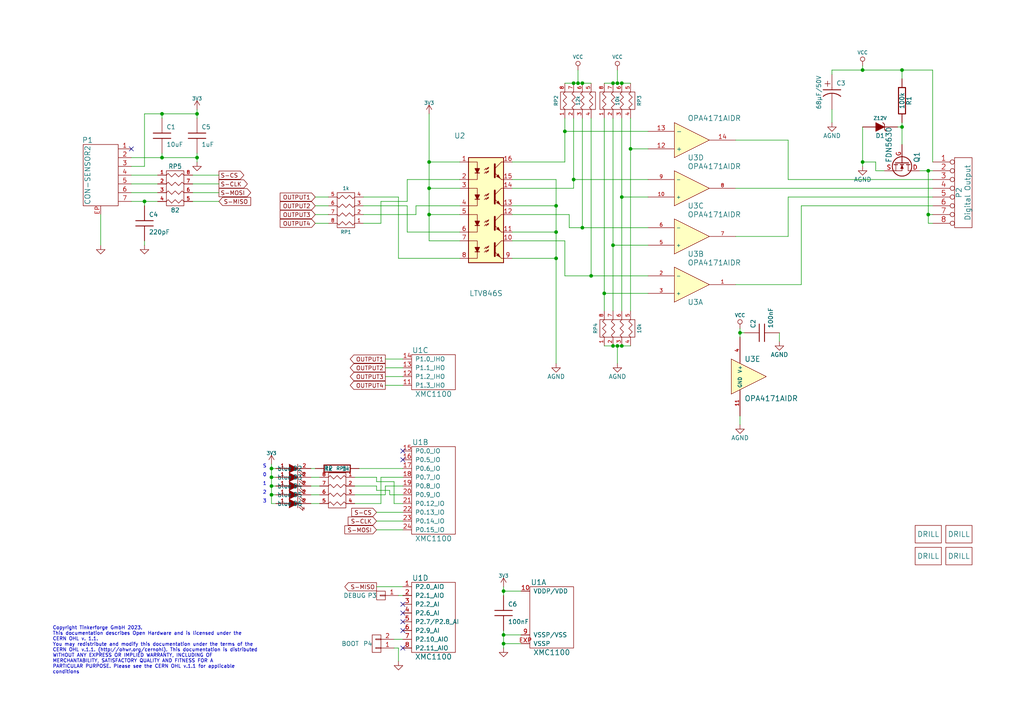
<source format=kicad_sch>
(kicad_sch (version 20211123) (generator eeschema)
  (paper "A4")
  (title_block (title "Industrial Digital Out 4 2.0") (date "2023-01-30") (rev "2.0") (company "Tinkerforge GmbH") (comment 1 "Licensed under CERN OHL v.1.1") (comment 2 "Copyright (©) 2023, T.Schneidermann <tim@tinkerforge.com>"))
  (lib_symbols
    (symbol "tinkerforge:3V3" (power) (pin_names (offset 0))
      (property "Value" "3V3" (at 0 3.556 0))
      (symbol "3V3_0_1"
        (polyline (pts (xy -0.762 1.27) (xy 0 2.54)))
        (polyline (pts (xy 0 0) (xy 0 2.54)))
        (polyline (pts (xy 0 2.54) (xy 0.762 1.27)))
      )
      (symbol "3V3_1_1"
        (pin power_in line (at 0 0 90) (length 0) hide (name "3V3") (number "1"))
      )
    )
    (symbol "tinkerforge:AGND" (power) (pin_names (offset 0))
      (property "Value" "AGND" (at 0 -5.08 0))
      (symbol "AGND_0_1"
        (polyline (pts (xy 0 0) (xy 0 -1.27) (xy 1.27 -1.27) (xy 0 -2.54) (xy -1.27 -1.27) (xy 0 -1.27)))
      )
      (symbol "AGND_1_1"
        (pin power_in line (at 0 0 270) (length 0) hide (name "AGND") (number "1"))
      )
    )
    (symbol "tinkerforge:C" (pin_numbers hide) (pin_names (offset 0.254))
      (property "Reference" "C" (at 1.27 2.54 0))
      (property "Value" "C" (at 1.27 -2.54 0))
      (symbol "C_0_1"
        (polyline (pts (xy -2.54 -0.762) (xy 2.54 -0.762)) (stroke (width 0.254)))
        (polyline (pts (xy -2.54 0.762) (xy 2.54 0.762)) (stroke (width 0.254)))
      )
      (symbol "C_1_1"
        (pin passive line (at 0 5.08 270) (length 4.318) (name "~") (number "1"))
        (pin passive line (at 0 -5.08 90) (length 4.318) (name "~") (number "2"))
      )
    )
    (symbol "tinkerforge:CON-SENSOR2" (pin_names (offset 1.016))
      (property "Reference" "P" (at -3.81 10.16 0))
      (property "Value" "CON-SENSOR2" (at 3.81 0 90))
      (symbol "CON-SENSOR2_0_1"
        (rectangle (start -5.08 8.89) (end 5.08 -8.89))
      )
      (symbol "CON-SENSOR2_1_1"
        (pin passive line (at -8.89 7.62 0) (length 3.81) (name "~") (number "1"))
        (pin passive line (at -8.89 5.08 0) (length 3.81) (name "~") (number "2"))
        (pin passive line (at -8.89 2.54 0) (length 3.81) (name "~") (number "3"))
        (pin passive line (at -8.89 0 0) (length 3.81) (name "~") (number "4"))
        (pin passive line (at -8.89 -2.54 0) (length 3.81) (name "~") (number "5"))
        (pin passive line (at -8.89 -5.08 0) (length 3.81) (name "~") (number "6"))
        (pin passive line (at -8.89 -7.62 0) (length 3.81) (name "~") (number "7"))
        (pin passive line (at 0 -11.43 90) (length 2.54) (name "~") (number "EP"))
      )
    )
    (symbol "tinkerforge:CONN_01X01" (pin_names (offset 1.016) hide)
      (property "Reference" "P" (at 0 2.54 0))
      (property "Value" "CONN_01X01" (at 2.54 0 90))
      (symbol "CONN_01X01_0_1"
        (rectangle (start -1.27 0.127) (end 0.254 -0.127))
        (rectangle (start -1.27 1.27) (end 1.27 -1.27))
      )
      (symbol "CONN_01X01_1_1"
        (pin passive line (at -5.08 0 0) (length 3.81) (name "P1") (number "1"))
      )
    )
    (symbol "tinkerforge:CONN_01X02" (pin_names (offset 1.016) hide)
      (property "Reference" "P" (at 0 3.81 0))
      (property "Value" "CONN_01X02" (at 2.54 0 90))
      (symbol "CONN_01X02_0_1"
        (rectangle (start -1.27 -1.143) (end 0.254 -1.397))
        (rectangle (start -1.27 1.397) (end 0.254 1.143))
        (rectangle (start -1.27 2.54) (end 1.27 -2.54))
      )
      (symbol "CONN_01X02_1_1"
        (pin passive line (at -5.08 1.27 0) (length 3.81) (name "P1") (number "1"))
        (pin passive line (at -5.08 -1.27 0) (length 3.81) (name "P2") (number "2"))
      )
    )
    (symbol "tinkerforge:CONN_8" (pin_names (offset 0.762) hide)
      (property "Reference" "P" (at -1.27 0 90))
      (property "Value" "CONN_8" (at 1.27 0 90))
      (symbol "CONN_8_0_1"
        (rectangle (start -2.54 10.16) (end 2.54 -10.16))
      )
      (symbol "CONN_8_1_1"
        (pin passive inverted (at -8.89 8.89 0) (length 6.35) (name "1") (number "1"))
        (pin passive inverted (at -8.89 6.35 0) (length 6.35) (name "2") (number "2"))
        (pin passive inverted (at -8.89 3.81 0) (length 6.35) (name "3") (number "3"))
        (pin passive inverted (at -8.89 1.27 0) (length 6.35) (name "4") (number "4"))
        (pin passive inverted (at -8.89 -1.27 0) (length 6.35) (name "5") (number "5"))
        (pin passive inverted (at -8.89 -3.81 0) (length 6.35) (name "6") (number "6"))
        (pin passive inverted (at -8.89 -6.35 0) (length 6.35) (name "~") (number "7"))
        (pin passive inverted (at -8.89 -8.89 0) (length 6.35) (name "~") (number "8"))
      )
    )
    (symbol "tinkerforge:CP1" (pin_numbers hide) (pin_names (offset 0.254) hide)
      (property "Reference" "C" (at 1.27 2.54 0))
      (property "Value" "CP1" (at 1.27 -2.54 0))
      (symbol "CP1_0_0"
        (text "+" (at -1.27 2.54 0) (effects (font (size 2.032 2.032))))
      )
      (symbol "CP1_0_1"
        (polyline (pts (xy 0 1.27) (xy 0 0.762) (xy 0 0.762)))
        (polyline (pts (xy 2.54 0.635) (xy -2.54 0.635) (xy -2.54 0.635)) (stroke (width 0.254)))
        (arc (start 2.54 -1.27) (mid 0 -0.379) (end -2.54 -1.27) (stroke (width 0.254)))
      )
      (symbol "CP1_1_1"
        (pin passive line (at 0 5.08 270) (length 3.81) (name "~") (number "1"))
        (pin passive line (at 0 -5.08 90) (length 4.572) (name "~") (number "2"))
      )
    )
    (symbol "tinkerforge:DRILL" (pin_numbers hide) (pin_names (offset 0) hide)
      (property "Value" "DRILL" (at 0 0 0))
      (symbol "DRILL_0_1"
        (rectangle (start -3.81 2.54) (end 3.81 -2.54))
      )
    )
    (symbol "tinkerforge:GND" (power) (pin_names (offset 0))
      (property "Value" "GND" (at 0 -5.08 0))
      (symbol "GND_0_1"
        (polyline (pts (xy 0 0) (xy 0 -1.27) (xy 1.27 -1.27) (xy 0 -2.54) (xy -1.27 -1.27) (xy 0 -1.27)))
      )
      (symbol "GND_1_1"
        (pin power_in line (at 0 0 270) (length 0) hide (name "GND") (number "1"))
      )
    )
    (symbol "tinkerforge:LED" (pin_names (offset 1.016) hide)
      (property "Reference" "D" (at 0 2.54 0))
      (property "Value" "LED" (at 0 -2.54 0))
      (symbol "LED_0_1"
        (polyline (pts (xy 1.27 1.27) (xy 1.27 -1.27)))
        (polyline (pts (xy -1.27 1.27) (xy 1.27 0) (xy -1.27 -1.27)) (fill (type outline)))
        (polyline (pts (xy 1.651 -1.016) (xy 2.794 -2.032) (xy 2.667 -1.397)))
        (polyline (pts (xy 2.032 -0.635) (xy 3.175 -1.651) (xy 3.048 -1.016)))
      )
      (symbol "LED_1_1"
        (pin passive line (at -5.08 0 0) (length 3.81) (name "A") (number "1"))
        (pin passive line (at 5.08 0 180) (length 3.81) (name "K") (number "2"))
      )
    )
    (symbol "tinkerforge:LMV344"
      (property "Reference" "U" (at -1.27 5.08 0))
      (property "Value" "LMV344" (at -1.27 -6.35 0))
      (symbol "LMV344_0_1"
        (polyline (pts (xy -5.08 5.08) (xy 5.08 0) (xy -5.08 -5.08) (xy -5.08 5.08)) (stroke (width 0.1524)) (fill (type background)))
      )
      (symbol "LMV344_1_1"
        (pin output line (at 12.7 0 180) (length 7.62) (name "~") (number "1"))
        (pin input line (at -12.7 -2.54 0) (length 7.62) (name "-") (number "2"))
        (pin input line (at -12.7 2.54 0) (length 7.62) (name "+") (number "3"))
      )
      (symbol "LMV344_2_1"
        (pin input line (at -12.7 2.54 0) (length 7.62) (name "+") (number "5"))
        (pin input line (at -12.7 -2.54 0) (length 7.62) (name "-") (number "6"))
        (pin output line (at 12.7 0 180) (length 7.62) (name "~") (number "7"))
      )
      (symbol "LMV344_3_1"
        (pin input line (at -12.7 2.54 0) (length 7.62) (name "+") (number "10"))
        (pin output line (at 12.7 0 180) (length 7.62) (name "~") (number "8"))
        (pin input line (at -12.7 -2.54 0) (length 7.62) (name "-") (number "9"))
      )
      (symbol "LMV344_4_1"
        (pin input line (at -12.7 2.54 0) (length 7.62) (name "+") (number "12"))
        (pin input line (at -12.7 -2.54 0) (length 7.62) (name "-") (number "13"))
        (pin output line (at 12.7 0 180) (length 7.62) (name "~") (number "14"))
      )
      (symbol "LMV344_5_1"
        (pin power_in line (at -2.54 -11.43 90) (length 7.62) (name "GND") (number "11"))
        (pin power_in line (at -2.54 11.43 270) (length 7.62) (name "V+") (number "4"))
      )
    )
    (symbol "tinkerforge:LTV-847" (pin_names (offset 1.016))
      (property "Reference" "U" (at -5.08 17.78 0))
      (property "Value" "LTV-847" (at 0 17.78 0))
      (property "Footprint" "DIP-16" (at -5.08 -15.24 0))
      (property "Datasheet" "http://www.us.liteon.com/downloads/LTV-817-827-847.PDF" (at 0 -2.54 0))
      (symbol "LTV-847_0_1"
        (rectangle (start -5.08 16.51) (end 5.08 -13.97) (stroke (width 0.254)) (fill (type background)))
        (polyline (pts (xy -3.175 -10.795) (xy -1.905 -10.795)) (stroke (width 0.254)))
        (polyline (pts (xy -3.175 -3.175) (xy -1.905 -3.175)) (stroke (width 0.254)))
        (polyline (pts (xy -3.175 4.445) (xy -1.905 4.445)) (stroke (width 0.254)))
        (polyline (pts (xy -3.175 12.065) (xy -1.905 12.065)) (stroke (width 0.254)))
        (polyline (pts (xy 2.54 -9.525) (xy 4.445 -7.62)))
        (polyline (pts (xy 2.54 -1.905) (xy 4.445 0)))
        (polyline (pts (xy 2.54 5.715) (xy 4.445 7.62)))
        (polyline (pts (xy 2.54 13.335) (xy 4.445 15.24)))
        (polyline (pts (xy 4.445 -12.7) (xy 2.54 -10.795)) (fill (type outline)))
        (polyline (pts (xy 4.445 -12.7) (xy 5.08 -12.7)))
        (polyline (pts (xy 4.445 -7.62) (xy 5.08 -7.62)))
        (polyline (pts (xy 4.445 -5.08) (xy 2.54 -3.175)) (fill (type outline)))
        (polyline (pts (xy 4.445 -5.08) (xy 5.08 -5.08)))
        (polyline (pts (xy 4.445 0) (xy 5.08 0)))
        (polyline (pts (xy 4.445 2.54) (xy 2.54 4.445)) (fill (type outline)))
        (polyline (pts (xy 4.445 2.54) (xy 5.08 2.54)))
        (polyline (pts (xy 4.445 7.62) (xy 5.08 7.62)))
        (polyline (pts (xy 4.445 10.16) (xy 2.54 12.065)) (fill (type outline)))
        (polyline (pts (xy 4.445 10.16) (xy 5.08 10.16)))
        (polyline (pts (xy 4.445 15.24) (xy 5.08 15.24)))
        (polyline (pts (xy -5.08 -7.62) (xy -2.54 -7.62) (xy -2.54 -9.525)))
        (polyline (pts (xy -5.08 0) (xy -2.54 0) (xy -2.54 -1.905)))
        (polyline (pts (xy -5.08 7.62) (xy -2.54 7.62) (xy -2.54 5.715)))
        (polyline (pts (xy -5.08 15.24) (xy -2.54 15.24) (xy -2.54 13.335)))
        (polyline (pts (xy -2.54 -10.795) (xy -2.54 -12.7) (xy -5.08 -12.7)))
        (polyline (pts (xy -2.54 -3.175) (xy -2.54 -5.08) (xy -5.08 -5.08)))
        (polyline (pts (xy -2.54 4.445) (xy -2.54 2.54) (xy -5.08 2.54)))
        (polyline (pts (xy -2.54 12.065) (xy -2.54 10.16) (xy -5.08 10.16)))
        (polyline (pts (xy 2.54 -8.255) (xy 2.54 -12.065) (xy 2.54 -12.065)) (stroke (width 0.508)))
        (polyline (pts (xy 2.54 -0.635) (xy 2.54 -4.445) (xy 2.54 -4.445)) (stroke (width 0.508)))
        (polyline (pts (xy 2.54 6.985) (xy 2.54 3.175) (xy 2.54 3.175)) (stroke (width 0.508)))
        (polyline (pts (xy 2.54 14.605) (xy 2.54 10.795) (xy 2.54 10.795)) (stroke (width 0.508)))
        (polyline (pts (xy -2.54 -10.795) (xy -3.175 -9.525) (xy -1.905 -9.525) (xy -2.54 -10.795)) (stroke (width 0.254)) (fill (type outline)))
        (polyline (pts (xy -2.54 -3.175) (xy -3.175 -1.905) (xy -1.905 -1.905) (xy -2.54 -3.175)) (stroke (width 0.254)) (fill (type outline)))
        (polyline (pts (xy -2.54 4.445) (xy -3.175 5.715) (xy -1.905 5.715) (xy -2.54 4.445)) (stroke (width 0.254)) (fill (type outline)))
        (polyline (pts (xy -2.54 12.065) (xy -3.175 13.335) (xy -1.905 13.335) (xy -2.54 12.065)) (stroke (width 0.254)) (fill (type outline)))
        (polyline (pts (xy -0.508 -9.906) (xy 0.0254 -9.398) (xy 0.0254 -9.906) (xy 0.7874 -9.144)))
        (polyline (pts (xy -0.508 -2.286) (xy 0.0254 -1.778) (xy 0.0254 -2.286) (xy 0.7874 -1.524)))
        (polyline (pts (xy -0.508 5.334) (xy 0.0254 5.842) (xy 0.0254 5.334) (xy 0.7874 6.096)))
        (polyline (pts (xy -0.508 12.954) (xy 0.0254 13.462) (xy 0.0254 12.954) (xy 0.7874 13.716)))
        (polyline (pts (xy 0.7874 -9.144) (xy 0.2794 -9.398) (xy 0.5334 -9.652) (xy 0.7874 -9.144)))
        (polyline (pts (xy 0.7874 -1.524) (xy 0.2794 -1.778) (xy 0.5334 -2.032) (xy 0.7874 -1.524)))
        (polyline (pts (xy 0.7874 6.096) (xy 0.2794 5.842) (xy 0.5334 5.588) (xy 0.7874 6.096)))
        (polyline (pts (xy 0.7874 13.716) (xy 0.2794 13.462) (xy 0.5334 13.208) (xy 0.7874 13.716)))
        (polyline (pts (xy 3.048 -11.811) (xy 3.556 -11.303) (xy 4.064 -12.319) (xy 3.048 -11.811) (xy 3.048 -11.811)) (fill (type outline)))
        (polyline (pts (xy 3.048 -4.191) (xy 3.556 -3.683) (xy 4.064 -4.699) (xy 3.048 -4.191) (xy 3.048 -4.191)) (fill (type outline)))
        (polyline (pts (xy 3.048 3.429) (xy 3.556 3.937) (xy 4.064 2.921) (xy 3.048 3.429) (xy 3.048 3.429)) (fill (type outline)))
        (polyline (pts (xy 3.048 11.049) (xy 3.556 11.557) (xy 4.064 10.541) (xy 3.048 11.049) (xy 3.048 11.049)) (fill (type outline)))
        (polyline (pts (xy -0.508 -10.922) (xy 0.0254 -10.414) (xy 0.0254 -10.922) (xy 0.7874 -10.16) (xy 0.2794 -10.414) (xy 0.5334 -10.668) (xy 0.7874 -10.16)))
        (polyline (pts (xy -0.508 -3.302) (xy 0.0254 -2.794) (xy 0.0254 -3.302) (xy 0.7874 -2.54) (xy 0.2794 -2.794) (xy 0.5334 -3.048) (xy 0.7874 -2.54)))
        (polyline (pts (xy -0.508 4.318) (xy 0.0254 4.826) (xy 0.0254 4.318) (xy 0.7874 5.08) (xy 0.2794 4.826) (xy 0.5334 4.572) (xy 0.7874 5.08)))
        (polyline (pts (xy -0.508 11.938) (xy 0.0254 12.446) (xy 0.0254 11.938) (xy 0.7874 12.7) (xy 0.2794 12.446) (xy 0.5334 12.192) (xy 0.7874 12.7)))
      )
      (symbol "LTV-847_1_1"
        (pin passive line (at -7.62 15.24 0) (length 2.54) (name "~") (number "1"))
        (pin passive line (at 7.62 -7.62 180) (length 2.54) (name "~") (number "10"))
        (pin passive line (at 7.62 -5.08 180) (length 2.54) (name "~") (number "11"))
        (pin passive line (at 7.62 0 180) (length 2.54) (name "~") (number "12"))
        (pin passive line (at 7.62 2.54 180) (length 2.54) (name "~") (number "13"))
        (pin passive line (at 7.62 7.62 180) (length 2.54) (name "~") (number "14"))
        (pin passive line (at 7.62 10.16 180) (length 2.54) (name "~") (number "15"))
        (pin passive line (at 7.62 15.24 180) (length 2.54) (name "~") (number "16"))
        (pin passive line (at -7.62 10.16 0) (length 2.54) (name "~") (number "2"))
        (pin passive line (at -7.62 7.62 0) (length 2.54) (name "~") (number "3"))
        (pin passive line (at -7.62 2.54 0) (length 2.54) (name "~") (number "4"))
        (pin passive line (at -7.62 0 0) (length 2.54) (name "~") (number "5"))
        (pin passive line (at -7.62 -5.08 0) (length 2.54) (name "~") (number "6"))
        (pin passive line (at -7.62 -7.62 0) (length 2.54) (name "~") (number "7"))
        (pin passive line (at -7.62 -12.7 0) (length 2.54) (name "~") (number "8"))
        (pin passive line (at 7.62 -12.7 180) (length 2.54) (name "~") (number "9"))
      )
    )
    (symbol "tinkerforge:MOSFET_N_CH" (pin_names (offset 0) hide)
      (property "Reference" "Q" (at 7.62 1.27 0))
      (property "Value" "MOSFET_N_CH" (at 17.78 -1.27 0))
      (symbol "MOSFET_N_CH_0_1"
        (polyline (pts (xy 0.762 -1.778) (xy 2.54 -1.778)))
        (polyline (pts (xy 0.762 -1.27) (xy 0.762 -2.286)) (stroke (width 0.254)))
        (polyline (pts (xy 0.762 0) (xy 2.54 0)))
        (polyline (pts (xy 0.762 0.508) (xy 0.762 -0.508)) (stroke (width 0.254)))
        (polyline (pts (xy 0.762 1.778) (xy 2.54 1.778)))
        (polyline (pts (xy 0.762 2.286) (xy 0.762 1.27)) (stroke (width 0.254)))
        (polyline (pts (xy 2.54 -1.778) (xy 2.54 -2.54)))
        (polyline (pts (xy 2.54 -1.778) (xy 2.54 0)))
        (polyline (pts (xy 2.54 2.54) (xy 2.54 1.778)))
        (polyline (pts (xy 0.254 1.905) (xy 0.254 -1.905) (xy 0.254 -1.905)) (stroke (width 0.254)))
        (polyline (pts (xy 0.889 0) (xy 1.905 0.381) (xy 1.905 -0.381) (xy 0.889 0)) (fill (type outline)))
        (circle (center 1.27 0) (radius 2.8194) (stroke (width 0.254)))
      )
      (symbol "MOSFET_N_CH_1_1"
        (pin passive line (at 2.54 5.08 270) (length 2.54) (name "D") (number "D"))
        (pin input line (at -5.08 0 0) (length 5.334) (name "G") (number "G"))
        (pin passive line (at 2.54 -5.08 90) (length 2.54) (name "S") (number "S"))
      )
    )
    (symbol "tinkerforge:R" (pin_numbers hide) (pin_names (offset 0))
      (property "Reference" "R" (at 2.032 0 90))
      (property "Value" "R" (at 0 0 90))
      (symbol "R_0_1"
        (rectangle (start -1.016 3.81) (end 1.016 -3.81) (stroke (width 0.3048)))
      )
      (symbol "R_1_1"
        (pin passive line (at 0 6.35 270) (length 2.54) (name "~") (number "1"))
        (pin passive line (at 0 -6.35 90) (length 2.54) (name "~") (number "2"))
      )
    )
    (symbol "tinkerforge:R_PACK4" (pin_names hide)
      (property "Reference" "RP" (at 0 11.43 0))
      (property "Value" "R_PACK4" (at 0 -1.27 0))
      (symbol "R_PACK4_0_1"
        (polyline (pts (xy -2.54 10.16) (xy -2.54 0) (xy 2.54 0) (xy 2.54 10.16) (xy -2.54 10.16)))
        (polyline (pts (xy -2.54 1.27) (xy -2.032 1.778) (xy -1.016 0.762) (xy 0 1.778) (xy 1.016 0.762) (xy 2.032 1.778) (xy 2.54 1.27)))
        (polyline (pts (xy -2.54 3.81) (xy -2.032 4.318) (xy -1.016 3.302) (xy 0 4.318) (xy 1.016 3.302) (xy 2.032 4.318) (xy 2.54 3.81)))
        (polyline (pts (xy -2.54 6.35) (xy -2.032 6.858) (xy -1.016 5.842) (xy 0 6.858) (xy 1.016 5.842) (xy 2.032 6.858) (xy 2.54 6.35)))
        (polyline (pts (xy -2.54 8.89) (xy -2.032 9.398) (xy -1.016 8.382) (xy 0 9.398) (xy 1.016 8.382) (xy 2.032 9.398) (xy 2.54 8.89)))
      )
      (symbol "R_PACK4_1_1"
        (pin passive line (at -5.08 8.89 0) (length 2.54) (name "P1") (number "1"))
        (pin passive line (at -5.08 6.35 0) (length 2.54) (name "P2") (number "2"))
        (pin passive line (at -5.08 3.81 0) (length 2.54) (name "P3") (number "3"))
        (pin passive line (at -5.08 1.27 0) (length 2.54) (name "P4") (number "4"))
        (pin passive line (at 5.08 1.27 180) (length 2.54) (name "R4") (number "5"))
        (pin passive line (at 5.08 3.81 180) (length 2.54) (name "R3") (number "6"))
        (pin passive line (at 5.08 6.35 180) (length 2.54) (name "R2") (number "7"))
        (pin passive line (at 5.08 8.89 180) (length 2.54) (name "R1") (number "8"))
      )
    )
    (symbol "tinkerforge:VCCPWR" (power) (pin_names (offset 0))
      (property "Value" "VCCPWR" (at 0 3.81 0))
      (symbol "VCCPWR_0_1"
        (polyline (pts (xy 0 0) (xy 0 1.27)))
        (circle (center 0 1.905) (radius 0.635))
      )
      (symbol "VCCPWR_1_1"
        (pin power_in line (at 0 0 90) (length 0) hide (name "VCC") (number "1"))
      )
    )
    (symbol "tinkerforge:XMC1XXX24" (pin_names (offset 1.016))
      (property "Reference" "U" (at -3.81 15.24 0))
      (property "Value" "XMC1XXX24" (at 0 -16.51 0))
      (symbol "XMC1XXX24_1_1"
        (rectangle (start -6.35 8.89) (end 6.35 -8.89))
        (pin passive line (at -8.89 7.62 0) (length 2.54) (name "VDDP/VDD") (number "10"))
        (pin passive line (at -8.89 -5.08 0) (length 2.54) (name "VSSP/VSS") (number "9"))
        (pin passive line (at -8.89 -7.62 0) (length 2.54) (name "VSSP") (number "EXP"))
      )
      (symbol "XMC1XXX24_2_1"
        (rectangle (start -6.35 12.7) (end 6.35 -12.7))
        (pin passive line (at -8.89 11.43 0) (length 2.54) (name "P0.0_IO") (number "15"))
        (pin passive line (at -8.89 8.89 0) (length 2.54) (name "P0.5_IO") (number "16"))
        (pin passive line (at -8.89 6.35 0) (length 2.54) (name "P0.6_IO") (number "17"))
        (pin passive line (at -8.89 3.81 0) (length 2.54) (name "P0.7_IO") (number "18"))
        (pin passive line (at -8.89 1.27 0) (length 2.54) (name "P0.8_IO") (number "19"))
        (pin passive line (at -8.89 -1.27 0) (length 2.54) (name "P0.9_IO") (number "20"))
        (pin passive line (at -8.89 -3.81 0) (length 2.54) (name "P0.12_IO") (number "21"))
        (pin passive line (at -8.89 -6.35 0) (length 2.54) (name "P0.13_IO") (number "22"))
        (pin passive line (at -8.89 -8.89 0) (length 2.54) (name "P0.14_IO") (number "23"))
        (pin passive line (at -8.89 -11.43 0) (length 2.54) (name "P0.15_IO") (number "24"))
      )
      (symbol "XMC1XXX24_3_1"
        (rectangle (start -6.35 5.08) (end 6.35 -5.08))
        (pin passive line (at -8.89 -3.81 0) (length 2.54) (name "P1.3_IHO") (number "11"))
        (pin passive line (at -8.89 -1.27 0) (length 2.54) (name "P1.2_IHO") (number "12"))
        (pin passive line (at -8.89 1.27 0) (length 2.54) (name "P1.1_IHO") (number "13"))
        (pin passive line (at -8.89 3.81 0) (length 2.54) (name "P1.0_IHO") (number "14"))
      )
      (symbol "XMC1XXX24_4_1"
        (rectangle (start -6.35 10.16) (end 6.35 -10.16))
        (pin passive line (at -8.89 8.89 0) (length 2.54) (name "P2.0_AIO") (number "1"))
        (pin passive line (at -8.89 6.35 0) (length 2.54) (name "P2.1_AIO") (number "2"))
        (pin passive line (at -8.89 3.81 0) (length 2.54) (name "P2.2_AI") (number "3"))
        (pin passive line (at -8.89 1.27 0) (length 2.54) (name "P2.6_AI") (number "4"))
        (pin passive line (at -8.89 -1.27 0) (length 2.54) (name "P2.7/P2.8_AI") (number "5"))
        (pin passive line (at -8.89 -3.81 0) (length 2.54) (name "P2.9_AI") (number "6"))
        (pin passive line (at -8.89 -6.35 0) (length 2.54) (name "P2.10_AIO") (number "7"))
        (pin passive line (at -8.89 -8.89 0) (length 2.54) (name "P2.11_AIO") (number "8"))
      )
    )
    (symbol "tinkerforge:ZENER" (pin_numbers hide) (pin_names (offset 1.016) hide)
      (property "Reference" "D" (at 0 2.54 0))
      (property "Value" "ZENER" (at 0 -2.54 0))
      (symbol "ZENER_0_1"
        (polyline (pts (xy -1.778 1.27) (xy -1.27 0.762) (xy -1.27 -0.762) (xy -0.762 -1.27) (xy -0.762 -1.27)) (stroke (width 0.2032)))
        (polyline (pts (xy -1.27 0) (xy 1.27 1.27) (xy 1.27 -1.27) (xy -1.27 0) (xy -1.27 0)) (fill (type outline)))
      )
      (symbol "ZENER_1_1"
        (pin passive line (at 5.08 0 180) (length 3.81) (name "A") (number "1"))
        (pin passive line (at -5.08 0 0) (length 3.81) (name "K") (number "2"))
      )
    )
  )
  (junction (at 161.29 67.31))
  (junction (at 124.46 62.23))
  (junction (at 182.88 43.18))
  (junction (at 161.29 74.93))
  (junction (at 163.83 38.1))
  (junction (at 180.34 100.33))
  (junction (at 146.05 171.45))
  (junction (at 168.91 66.04))
  (junction (at 78.74 143.51))
  (junction (at 46.99 45.72))
  (junction (at 57.15 33.02))
  (junction (at 171.45 80.01))
  (junction (at 124.46 46.99))
  (junction (at 167.64 24.13))
  (junction (at 180.34 57.15))
  (junction (at 250.19 46.99))
  (junction (at 261.62 36.83))
  (junction (at 78.74 135.89))
  (junction (at 214.63 96.52))
  (junction (at 177.8 71.12))
  (junction (at 146.05 186.69))
  (junction (at 261.62 20.32))
  (junction (at 78.74 140.97))
  (junction (at 177.8 24.13))
  (junction (at 180.34 24.13))
  (junction (at 146.05 184.15))
  (junction (at 166.37 52.07))
  (junction (at 179.07 100.33))
  (junction (at 168.91 24.13))
  (junction (at 250.19 20.32))
  (junction (at 78.74 138.43))
  (junction (at 124.46 54.61))
  (junction (at 161.29 59.69))
  (junction (at 166.37 24.13))
  (junction (at 41.91 58.42))
  (junction (at 175.26 85.09))
  (junction (at 269.24 49.53))
  (junction (at 179.07 24.13))
  (junction (at 269.24 62.23))
  (junction (at 177.8 100.33))
  (junction (at 46.99 33.02))
  (junction (at 57.15 45.72))
  (no_connect (at 116.84 182.88))
  (no_connect (at 116.84 130.81))
  (no_connect (at 116.84 187.96))
  (no_connect (at 116.84 133.35))
  (no_connect (at 116.84 175.26))
  (no_connect (at 116.84 177.8))
  (no_connect (at 38.1 43.18))
  (no_connect (at 116.84 180.34))
  (wire (pts (xy 215.9 96.52) (xy 214.63 96.52)))
  (wire (pts (xy 180.34 24.13) (xy 179.07 24.13)))
  (wire (pts (xy 250.19 20.32) (xy 250.19 19.05)))
  (wire (pts (xy 109.22 142.24) (xy 109.22 140.97)))
  (wire (pts (xy 167.64 24.13) (xy 167.64 20.32)))
  (wire (pts (xy 95.25 62.23) (xy 91.44 62.23)))
  (wire (pts (xy 175.26 100.33) (xy 177.8 100.33)))
  (wire (pts (xy 113.03 142.24) (xy 109.22 142.24)))
  (wire (pts (xy 78.74 138.43) (xy 80.01 138.43)))
  (wire (pts (xy 163.83 69.85) (xy 163.83 80.01)))
  (wire (pts (xy 187.96 71.12) (xy 177.8 71.12)))
  (wire (pts (xy 148.59 59.69) (xy 161.29 59.69)))
  (wire (pts (xy 95.25 59.69) (xy 91.44 59.69)))
  (wire (pts (xy 241.3 35.56) (xy 241.3 31.75)))
  (wire (pts (xy 78.74 140.97) (xy 78.74 143.51)))
  (wire (pts (xy 177.8 90.17) (xy 177.8 71.12)))
  (wire (pts (xy 270.51 59.69) (xy 232.41 59.69)))
  (wire (pts (xy 120.65 62.23) (xy 120.65 59.69)))
  (wire (pts (xy 78.74 146.05) (xy 80.01 146.05)))
  (wire (pts (xy 63.5 53.34) (xy 55.88 53.34)))
  (wire (pts (xy 111.76 109.22) (xy 116.84 109.22)))
  (wire (pts (xy 92.71 138.43) (xy 90.17 138.43)))
  (wire (pts (xy 163.83 80.01) (xy 171.45 80.01)))
  (wire (pts (xy 110.49 64.77) (xy 105.41 64.77)))
  (wire (pts (xy 57.15 44.45) (xy 57.15 45.72)))
  (wire (pts (xy 168.91 66.04) (xy 165.1 66.04)))
  (wire (pts (xy 168.91 24.13) (xy 167.64 24.13)))
  (wire (pts (xy 111.76 143.51) (xy 102.87 143.51)))
  (wire (pts (xy 41.91 59.69) (xy 41.91 58.42)))
  (wire (pts (xy 133.35 46.99) (xy 124.46 46.99)))
  (wire (pts (xy 151.13 171.45) (xy 146.05 171.45)))
  (wire (pts (xy 166.37 24.13) (xy 163.83 24.13)))
  (wire (pts (xy 110.49 58.42) (xy 110.49 64.77)))
  (wire (pts (xy 269.24 62.23) (xy 269.24 64.77)))
  (wire (pts (xy 165.1 66.04) (xy 165.1 62.23)))
  (wire (pts (xy 270.51 20.32) (xy 261.62 20.32)))
  (wire (pts (xy 168.91 34.29) (xy 168.91 66.04)))
  (wire (pts (xy 38.1 55.88) (xy 45.72 55.88)))
  (wire (pts (xy 118.11 59.69) (xy 105.41 59.69)))
  (wire (pts (xy 120.65 59.69) (xy 133.35 59.69)))
  (wire (pts (xy 163.83 34.29) (xy 163.83 38.1)))
  (wire (pts (xy 38.1 50.8) (xy 45.72 50.8)))
  (wire (pts (xy 146.05 186.69) (xy 146.05 187.96)))
  (wire (pts (xy 269.24 49.53) (xy 269.24 62.23)))
  (wire (pts (xy 57.15 33.02) (xy 57.15 34.29)))
  (wire (pts (xy 228.6 52.07) (xy 228.6 40.64)))
  (wire (pts (xy 228.6 40.64) (xy 213.36 40.64)))
  (wire (pts (xy 250.19 36.83) (xy 250.19 46.99)))
  (wire (pts (xy 109.22 140.97) (xy 102.87 140.97)))
  (wire (pts (xy 228.6 57.15) (xy 228.6 68.58)))
  (wire (pts (xy 116.84 146.05) (xy 114.3 146.05)))
  (wire (pts (xy 118.11 58.42) (xy 110.49 58.42)))
  (wire (pts (xy 146.05 170.18) (xy 146.05 171.45)))
  (wire (pts (xy 166.37 54.61) (xy 148.59 54.61)))
  (wire (pts (xy 165.1 62.23) (xy 148.59 62.23)))
  (wire (pts (xy 80.01 135.89) (xy 78.74 135.89)))
  (wire (pts (xy 161.29 67.31) (xy 161.29 74.93)))
  (wire (pts (xy 182.88 90.17) (xy 182.88 43.18)))
  (wire (pts (xy 254 49.53) (xy 254 46.99)))
  (wire (pts (xy 261.62 22.86) (xy 261.62 20.32)))
  (wire (pts (xy 114.3 146.05) (xy 114.3 139.7)))
  (wire (pts (xy 241.3 20.32) (xy 241.3 21.59)))
  (wire (pts (xy 161.29 59.69) (xy 161.29 67.31)))
  (wire (pts (xy 214.63 96.52) (xy 214.63 97.79)))
  (wire (pts (xy 91.44 57.15) (xy 95.25 57.15)))
  (wire (pts (xy 41.91 71.12) (xy 41.91 69.85)))
  (wire (pts (xy 163.83 46.99) (xy 148.59 46.99)))
  (wire (pts (xy 167.64 24.13) (xy 166.37 24.13)))
  (wire (pts (xy 111.76 140.97) (xy 111.76 143.51)))
  (wire (pts (xy 38.1 45.72) (xy 46.99 45.72)))
  (wire (pts (xy 148.59 52.07) (xy 161.29 52.07)))
  (wire (pts (xy 111.76 104.14) (xy 116.84 104.14)))
  (wire (pts (xy 116.84 172.72) (xy 115.57 172.72)))
  (wire (pts (xy 228.6 68.58) (xy 213.36 68.58)))
  (wire (pts (xy 115.57 187.96) (xy 115.57 191.77)))
  (wire (pts (xy 105.41 62.23) (xy 120.65 62.23)))
  (wire (pts (xy 250.19 20.32) (xy 241.3 20.32)))
  (wire (pts (xy 213.36 54.61) (xy 270.51 54.61)))
  (wire (pts (xy 38.1 53.34) (xy 45.72 53.34)))
  (wire (pts (xy 55.88 55.88) (xy 63.5 55.88)))
  (wire (pts (xy 182.88 43.18) (xy 182.88 34.29)))
  (wire (pts (xy 161.29 74.93) (xy 161.29 105.41)))
  (wire (pts (xy 269.24 49.53) (xy 270.51 49.53)))
  (wire (pts (xy 256.54 49.53) (xy 254 49.53)))
  (wire (pts (xy 179.07 24.13) (xy 177.8 24.13)))
  (wire (pts (xy 261.62 36.83) (xy 261.62 35.56)))
  (wire (pts (xy 254 46.99) (xy 250.19 46.99)))
  (wire (pts (xy 166.37 34.29) (xy 166.37 52.07)))
  (wire (pts (xy 116.84 140.97) (xy 111.76 140.97)))
  (wire (pts (xy 63.5 58.42) (xy 55.88 58.42)))
  (wire (pts (xy 91.44 135.89) (xy 90.17 135.89)))
  (wire (pts (xy 78.74 143.51) (xy 78.74 146.05)))
  (wire (pts (xy 91.44 64.77) (xy 95.25 64.77)))
  (wire (pts (xy 177.8 71.12) (xy 177.8 34.29)))
  (wire (pts (xy 118.11 52.07) (xy 133.35 52.07)))
  (wire (pts (xy 171.45 34.29) (xy 171.45 80.01)))
  (wire (pts (xy 109.22 139.7) (xy 109.22 138.43)))
  (wire (pts (xy 41.91 58.42) (xy 38.1 58.42)))
  (wire (pts (xy 46.99 45.72) (xy 57.15 45.72)))
  (wire (pts (xy 270.51 46.99) (xy 270.51 20.32)))
  (wire (pts (xy 175.26 34.29) (xy 175.26 85.09)))
  (wire (pts (xy 38.1 48.26) (xy 41.91 48.26)))
  (wire (pts (xy 179.07 24.13) (xy 179.07 20.32)))
  (wire (pts (xy 124.46 54.61) (xy 124.46 62.23)))
  (wire (pts (xy 261.62 41.91) (xy 261.62 36.83)))
  (wire (pts (xy 187.96 57.15) (xy 180.34 57.15)))
  (wire (pts (xy 115.57 57.15) (xy 115.57 74.93)))
  (wire (pts (xy 179.07 100.33) (xy 180.34 100.33)))
  (wire (pts (xy 57.15 45.72) (xy 57.15 46.99)))
  (wire (pts (xy 124.46 62.23) (xy 124.46 69.85)))
  (wire (pts (xy 57.15 31.75) (xy 57.15 33.02)))
  (wire (pts (xy 109.22 170.18) (xy 116.84 170.18)))
  (wire (pts (xy 187.96 85.09) (xy 175.26 85.09)))
  (wire (pts (xy 180.34 34.29) (xy 180.34 57.15)))
  (wire (pts (xy 116.84 106.68) (xy 111.76 106.68)))
  (wire (pts (xy 116.84 143.51) (xy 113.03 143.51)))
  (wire (pts (xy 146.05 184.15) (xy 146.05 186.69)))
  (wire (pts (xy 180.34 57.15) (xy 180.34 90.17)))
  (wire (pts (xy 90.17 146.05) (xy 92.71 146.05)))
  (wire (pts (xy 270.51 52.07) (xy 228.6 52.07)))
  (wire (pts (xy 146.05 171.45) (xy 146.05 172.72)))
  (wire (pts (xy 226.06 99.06) (xy 226.06 96.52)))
  (wire (pts (xy 115.57 74.93) (xy 133.35 74.93)))
  (wire (pts (xy 151.13 186.69) (xy 146.05 186.69)))
  (wire (pts (xy 110.49 138.43) (xy 116.84 138.43)))
  (wire (pts (xy 78.74 135.89) (xy 78.74 138.43)))
  (wire (pts (xy 45.72 58.42) (xy 41.91 58.42)))
  (wire (pts (xy 177.8 24.13) (xy 175.26 24.13)))
  (wire (pts (xy 163.83 38.1) (xy 187.96 38.1)))
  (wire (pts (xy 175.26 85.09) (xy 175.26 90.17)))
  (wire (pts (xy 151.13 184.15) (xy 146.05 184.15)))
  (wire (pts (xy 148.59 67.31) (xy 161.29 67.31)))
  (wire (pts (xy 171.45 24.13) (xy 168.91 24.13)))
  (wire (pts (xy 166.37 52.07) (xy 187.96 52.07)))
  (wire (pts (xy 41.91 33.02) (xy 46.99 33.02)))
  (wire (pts (xy 187.96 66.04) (xy 168.91 66.04)))
  (wire (pts (xy 214.63 123.19) (xy 214.63 120.65)))
  (wire (pts (xy 46.99 44.45) (xy 46.99 45.72)))
  (wire (pts (xy 78.74 138.43) (xy 78.74 140.97)))
  (wire (pts (xy 90.17 140.97) (xy 92.71 140.97)))
  (wire (pts (xy 116.84 151.13) (xy 109.22 151.13)))
  (wire (pts (xy 116.84 185.42) (xy 114.3 185.42)))
  (wire (pts (xy 78.74 140.97) (xy 80.01 140.97)))
  (wire (pts (xy 146.05 182.88) (xy 146.05 184.15)))
  (wire (pts (xy 118.11 67.31) (xy 133.35 67.31)))
  (wire (pts (xy 148.59 69.85) (xy 163.83 69.85)))
  (wire (pts (xy 113.03 143.51) (xy 113.03 142.24)))
  (wire (pts (xy 41.91 48.26) (xy 41.91 33.02)))
  (wire (pts (xy 269.24 64.77) (xy 270.51 64.77)))
  (wire (pts (xy 92.71 143.51) (xy 90.17 143.51)))
  (wire (pts (xy 109.22 153.67) (xy 116.84 153.67)))
  (wire (pts (xy 163.83 38.1) (xy 163.83 46.99)))
  (wire (pts (xy 250.19 46.99) (xy 250.19 48.26)))
  (wire (pts (xy 124.46 46.99) (xy 124.46 54.61)))
  (wire (pts (xy 266.7 49.53) (xy 269.24 49.53)))
  (wire (pts (xy 180.34 100.33) (xy 182.88 100.33)))
  (wire (pts (xy 116.84 135.89) (xy 104.14 135.89)))
  (wire (pts (xy 124.46 69.85) (xy 133.35 69.85)))
  (wire (pts (xy 110.49 146.05) (xy 102.87 146.05)))
  (wire (pts (xy 109.22 138.43) (xy 102.87 138.43)))
  (wire (pts (xy 177.8 100.33) (xy 179.07 100.33)))
  (wire (pts (xy 114.3 139.7) (xy 109.22 139.7)))
  (wire (pts (xy 29.21 62.23) (xy 29.21 71.12)))
  (wire (pts (xy 46.99 33.02) (xy 57.15 33.02)))
  (wire (pts (xy 110.49 138.43) (xy 110.49 146.05)))
  (wire (pts (xy 78.74 134.62) (xy 78.74 135.89)))
  (wire (pts (xy 232.41 59.69) (xy 232.41 82.55)))
  (wire (pts (xy 116.84 111.76) (xy 111.76 111.76)))
  (wire (pts (xy 55.88 50.8) (xy 63.5 50.8)))
  (wire (pts (xy 148.59 74.93) (xy 161.29 74.93)))
  (wire (pts (xy 115.57 57.15) (xy 105.41 57.15)))
  (wire (pts (xy 232.41 82.55) (xy 213.36 82.55)))
  (wire (pts (xy 124.46 54.61) (xy 133.35 54.61)))
  (wire (pts (xy 124.46 62.23) (xy 133.35 62.23)))
  (wire (pts (xy 182.88 24.13) (xy 180.34 24.13)))
  (wire (pts (xy 270.51 62.23) (xy 269.24 62.23)))
  (wire (pts (xy 161.29 52.07) (xy 161.29 59.69)))
  (wire (pts (xy 109.22 148.59) (xy 116.84 148.59)))
  (wire (pts (xy 118.11 52.07) (xy 118.11 58.42)))
  (wire (pts (xy 114.3 187.96) (xy 115.57 187.96)))
  (wire (pts (xy 78.74 143.51) (xy 80.01 143.51)))
  (wire (pts (xy 124.46 33.02) (xy 124.46 46.99)))
  (wire (pts (xy 187.96 43.18) (xy 182.88 43.18)))
  (wire (pts (xy 214.63 95.25) (xy 214.63 96.52)))
  (wire (pts (xy 166.37 52.07) (xy 166.37 54.61)))
  (wire (pts (xy 46.99 34.29) (xy 46.99 33.02)))
  (wire (pts (xy 179.07 100.33) (xy 179.07 105.41)))
  (wire (pts (xy 118.11 59.69) (xy 118.11 67.31)))
  (wire (pts (xy 270.51 57.15) (xy 228.6 57.15)))
  (wire (pts (xy 171.45 80.01) (xy 187.96 80.01)))
  (wire (pts (xy 261.62 20.32) (xy 250.19 20.32)))
  (wire (pts (xy 260.35 36.83) (xy 261.62 36.83)))
  (text "1\n" (at 76.2 140.97 0) (effects (font (size 0.9906 0.9906)) (justify left bottom)))
  (text "Copyright Tinkerforge GmbH 2023.\nThis documentation describes Open Hardware and is licensed under the\nCERN OHL v. 1.1.\nYou may redistribute and modify this documentation under the terms of the\nCERN OHL v.1.1. (http://ohwr.org/cernohl). This documentation is distributed\nWITHOUT ANY EXPRESS OR IMPLIED WARRANTY, INCLUDING OF\nMERCHANTABILITY, SATISFACTORY QUALITY AND FITNESS FOR A\nPARTICULAR PURPOSE. Please see the CERN OHL v.1.1 for applicable\nconditions\n" (at 15.24 195.58 0) (effects (font (size 0.9906 0.9906)) (justify left bottom)))
  (text "3\n" (at 76.2 146.05 0) (effects (font (size 0.9906 0.9906)) (justify left bottom)))
  (text "S" (at 76.2 135.89 0) (effects (font (size 0.9906 0.9906)) (justify left bottom)))
  (text "0" (at 76.2 138.43 0) (effects (font (size 0.9906 0.9906)) (justify left bottom)))
  (text "2\n" (at 76.2 143.51 0) (effects (font (size 0.9906 0.9906)) (justify left bottom)))
  (global_label "S-CLK" (shape input) (at 109.22 151.13 180) (effects (font (size 1.1938 1.1938))) (property "Intersheet References" "${INTERSHEET_REFS}" (effects hide)))
  (global_label "S-MISO" (shape output) (at 109.22 170.18 180) (effects (font (size 1.1938 1.1938))) (property "Intersheet References" "${INTERSHEET_REFS}" (effects hide)))
  (global_label "OUTPUT2" (shape output) (at 111.76 106.68 180) (effects (font (size 1.1938 1.1938))) (property "Intersheet References" "${INTERSHEET_REFS}" (effects hide)))
  (global_label "OUTPUT1" (shape input) (at 91.44 57.15 180) (effects (font (size 1.1938 1.1938))) (property "Intersheet References" "${INTERSHEET_REFS}" (effects hide)))
  (global_label "OUTPUT3" (shape output) (at 111.76 109.22 180) (effects (font (size 1.1938 1.1938))) (property "Intersheet References" "${INTERSHEET_REFS}" (effects hide)))
  (global_label "S-CS" (shape output) (at 63.5 50.8 0) (effects (font (size 1.1938 1.1938))) (property "Intersheet References" "${INTERSHEET_REFS}" (effects hide)))
  (global_label "OUTPUT1" (shape output) (at 111.76 104.14 180) (effects (font (size 1.1938 1.1938))) (property "Intersheet References" "${INTERSHEET_REFS}" (effects hide)))
  (global_label "S-MISO" (shape input) (at 63.5 58.42 0) (effects (font (size 1.1938 1.1938))) (property "Intersheet References" "${INTERSHEET_REFS}" (effects hide)))
  (global_label "OUTPUT4" (shape output) (at 111.76 111.76 180) (effects (font (size 1.1938 1.1938))) (property "Intersheet References" "${INTERSHEET_REFS}" (effects hide)))
  (global_label "OUTPUT2" (shape input) (at 91.44 59.69 180) (effects (font (size 1.1938 1.1938))) (property "Intersheet References" "${INTERSHEET_REFS}" (effects hide)))
  (global_label "OUTPUT4" (shape input) (at 91.44 64.77 180) (effects (font (size 1.1938 1.1938))) (property "Intersheet References" "${INTERSHEET_REFS}" (effects hide)))
  (global_label "S-MOSI" (shape output) (at 63.5 55.88 0) (effects (font (size 1.1938 1.1938))) (property "Intersheet References" "${INTERSHEET_REFS}" (effects hide)))
  (global_label "S-CS" (shape input) (at 109.22 148.59 180) (effects (font (size 1.1938 1.1938))) (property "Intersheet References" "${INTERSHEET_REFS}" (effects hide)))
  (global_label "OUTPUT3" (shape input) (at 91.44 62.23 180) (effects (font (size 1.1938 1.1938))) (property "Intersheet References" "${INTERSHEET_REFS}" (effects hide)))
  (global_label "S-CLK" (shape output) (at 63.5 53.34 0) (effects (font (size 1.1938 1.1938))) (property "Intersheet References" "${INTERSHEET_REFS}" (effects hide)))
  (global_label "S-MOSI" (shape input) (at 109.22 153.67 180) (effects (font (size 1.1938 1.1938))) (property "Intersheet References" "${INTERSHEET_REFS}" (effects hide)))
  (symbol (lib_id "tinkerforge:CON-SENSOR2") (at 29.21 50.8 0) (mirror y) (unit 1)
    (property "Reference" "P1" (at 25.4 40.64 0) (effects (font (size 1.524 1.524))))
    (property "Value" "CON-SENSOR2" (at 25.4 50.8 90) (effects (font (size 1.524 1.524))))
    (property "Footprint" "kicad-libraries:CON-SENSOR2" (effects hide))
  )
  (symbol (lib_id "tinkerforge:LTV-847") (at 140.97 62.23 0) (unit 1)
    (property "Reference" "U2" (at 133.35 39.37 0) (effects (font (size 1.524 1.524))))
    (property "Value" "LTV846S" (at 140.97 85.09 0) (effects (font (size 1.524 1.524))))
    (property "Footprint" "kicad-libraries:OPTO-SMD16" (effects hide))
  )
  (symbol (lib_id "tinkerforge:3V3") (at 57.15 31.75 0) (unit 1)
    (property "Reference" "#PWR014" (effects hide))
    (property "Value" "3V3" (at 57.15 28.575 0) (effects (font (size 1.016 1.016))))
  )
  (symbol (lib_id "tinkerforge:3V3") (at 124.46 33.02 0) (unit 1)
    (property "Reference" "#PWR013" (effects hide))
    (property "Value" "3V3" (at 124.46 29.845 0) (effects (font (size 1.016 1.016))))
  )
  (symbol (lib_id "tinkerforge:GND") (at 57.15 46.99 0) (unit 1)
    (property "Reference" "#PWR012" (effects hide))
    (property "Value" "GND" (effects hide))
  )
  (symbol (lib_id "tinkerforge:C") (at 46.99 39.37 0) (unit 1)
    (property "Reference" "C1" (at 48.26 36.83 0) (effects (justify left)))
    (property "Value" "10uF" (at 48.26 41.91 0) (effects (justify left)))
    (property "Footprint" "kicad-libraries:C0805" (effects hide))
  )
  (symbol (lib_id "tinkerforge:CONN_8") (at 279.4 55.88 0) (unit 1)
    (property "Reference" "P2" (at 278.13 55.88 90) (effects (font (size 1.524 1.524))))
    (property "Value" "Digital Output" (at 280.67 55.88 90) (effects (font (size 1.524 1.524))))
    (property "Footprint" "kicad-libraries:OQ_8P" (effects hide))
  )
  (symbol (lib_id "tinkerforge:DRILL") (at 278.13 161.29 0) (unit 1)
    (property "Reference" "U7" (effects hide))
    (property "Value" "DRILL" (at 278.13 161.29 0) (effects (font (size 1.524 1.524))))
    (property "Footprint" "kicad-libraries:DRILL_NP" (effects hide))
  )
  (symbol (lib_id "tinkerforge:DRILL") (at 278.13 154.94 0) (unit 1)
    (property "Reference" "U6" (effects hide))
    (property "Value" "DRILL" (at 278.13 154.94 0) (effects (font (size 1.524 1.524))))
    (property "Footprint" "kicad-libraries:DRILL_NP" (effects hide))
  )
  (symbol (lib_id "tinkerforge:DRILL") (at 269.24 154.94 0) (unit 1)
    (property "Reference" "U4" (effects hide))
    (property "Value" "DRILL" (at 269.24 154.94 0) (effects (font (size 1.524 1.524))))
    (property "Footprint" "kicad-libraries:DRILL_NP" (effects hide))
  )
  (symbol (lib_id "tinkerforge:DRILL") (at 269.24 161.29 0) (unit 1)
    (property "Reference" "U5" (effects hide))
    (property "Value" "DRILL" (at 269.24 161.29 0) (effects (font (size 1.524 1.524))))
    (property "Footprint" "kicad-libraries:DRILL_NP" (effects hide))
  )
  (symbol (lib_id "tinkerforge:GND") (at 29.21 71.12 0) (unit 1)
    (property "Reference" "#PWR011" (effects hide))
    (property "Value" "GND" (effects hide))
  )
  (symbol (lib_id "tinkerforge:R_PACK4") (at 100.33 55.88 180) (unit 1)
    (property "Reference" "RP1" (at 100.33 67.31 0) (effects (font (size 1.016 1.016))))
    (property "Value" "1k" (at 100.33 54.61 0) (effects (font (size 1.016 1.016))))
    (property "Footprint" "kicad-libraries:0603X4" (effects hide))
  )
  (symbol (lib_id "tinkerforge:LMV344") (at 200.66 82.55 0) (mirror x) (unit 1)
    (property "Reference" "U3" (at 199.39 87.63 0) (effects (font (size 1.524 1.524)) (justify left)))
    (property "Value" "OPA4171AIDR" (at 199.39 76.2 0) (effects (font (size 1.524 1.524)) (justify left)))
    (property "Footprint" "kicad-libraries:SOP14" (effects hide))
  )
  (symbol (lib_id "tinkerforge:LMV344") (at 200.66 68.58 0) (mirror x) (unit 2)
    (property "Reference" "U3" (at 199.39 73.66 0) (effects (font (size 1.524 1.524)) (justify left)))
    (property "Value" "OPA4171AIDR" (at 199.39 62.23 0) (effects (font (size 1.524 1.524)) (justify left)))
    (property "Footprint" "kicad-libraries:SOP14" (effects hide))
  )
  (symbol (lib_id "tinkerforge:LMV344") (at 200.66 54.61 0) (mirror x) (unit 3)
    (property "Reference" "U3" (at 199.39 59.69 0) (effects (font (size 1.524 1.524)) (justify left)))
    (property "Value" "OPA4171AIDR" (at 199.39 48.26 0) (effects (font (size 1.524 1.524)) (justify left)))
    (property "Footprint" "kicad-libraries:SOP14" (effects hide))
  )
  (symbol (lib_id "tinkerforge:LMV344") (at 200.66 40.64 0) (mirror x) (unit 4)
    (property "Reference" "U3" (at 199.39 45.72 0) (effects (font (size 1.524 1.524)) (justify left)))
    (property "Value" "OPA4171AIDR" (at 199.39 34.29 0) (effects (font (size 1.524 1.524)) (justify left)))
    (property "Footprint" "kicad-libraries:SOP14" (effects hide))
  )
  (symbol (lib_id "tinkerforge:LMV344") (at 217.17 109.22 0) (unit 5)
    (property "Reference" "U3" (at 215.9 104.14 0) (effects (font (size 1.524 1.524)) (justify left)))
    (property "Value" "OPA4171AIDR" (at 215.9 115.57 0) (effects (font (size 1.524 1.524)) (justify left)))
    (property "Footprint" "kicad-libraries:SOP14" (effects hide))
  )
  (symbol (lib_id "tinkerforge:R_PACK4") (at 184.15 29.21 90) (unit 1)
    (property "Reference" "RP3" (at 185.42 29.21 0) (effects (font (size 1.016 1.016))))
    (property "Value" "10k" (at 179.07 29.21 0) (effects (font (size 1.016 1.016))))
    (property "Footprint" "kicad-libraries:1206X4" (effects hide))
  )
  (symbol (lib_id "tinkerforge:R_PACK4") (at 184.15 95.25 90) (unit 1)
    (property "Reference" "RP4" (at 172.72 95.25 0) (effects (font (size 1.016 1.016))))
    (property "Value" "10k" (at 185.42 95.25 0) (effects (font (size 1.016 1.016))))
    (property "Footprint" "kicad-libraries:1206X4" (effects hide))
  )
  (symbol (lib_id "tinkerforge:AGND") (at 179.07 105.41 0) (unit 1)
    (property "Reference" "#PWR010" (effects hide))
    (property "Value" "AGND" (at 179.07 109.22 0))
  )
  (symbol (lib_id "tinkerforge:AGND") (at 161.29 105.41 0) (unit 1)
    (property "Reference" "#PWR09" (effects hide))
    (property "Value" "AGND" (at 161.29 109.22 0))
  )
  (symbol (lib_id "tinkerforge:AGND") (at 214.63 123.19 0) (unit 1)
    (property "Reference" "#PWR08" (effects hide))
    (property "Value" "AGND" (at 214.63 127 0))
  )
  (symbol (lib_id "tinkerforge:VCCPWR") (at 214.63 95.25 0) (unit 1)
    (property "Reference" "#PWR07" (effects hide))
    (property "Value" "VPP" (at 214.63 91.44 0) (effects (font (size 1.016 1.016))))
  )
  (symbol (lib_id "tinkerforge:C") (at 220.98 96.52 90) (unit 1)
    (property "Reference" "C2" (at 218.44 95.25 0) (effects (justify left)))
    (property "Value" "100nF" (at 223.52 95.25 0) (effects (justify left)))
    (property "Footprint" "kicad-libraries:C0805" (effects hide))
  )
  (symbol (lib_id "tinkerforge:AGND") (at 226.06 99.06 0) (unit 1)
    (property "Reference" "#PWR06" (effects hide))
    (property "Value" "AGND" (at 226.06 102.87 0))
  )
  (symbol (lib_id "tinkerforge:VCCPWR") (at 179.07 20.32 0) (unit 1)
    (property "Reference" "#PWR05" (effects hide))
    (property "Value" "VPP" (at 179.07 16.51 0) (effects (font (size 1.016 1.016))))
  )
  (symbol (lib_id "tinkerforge:VCCPWR") (at 250.19 19.05 0) (unit 1)
    (property "Reference" "#PWR04" (effects hide))
    (property "Value" "VPP" (at 250.19 15.24 0) (effects (font (size 1.016 1.016))))
  )
  (symbol (lib_id "tinkerforge:AGND") (at 250.19 48.26 0) (unit 1)
    (property "Reference" "#PWR03" (effects hide))
    (property "Value" "AGND" (at 250.19 52.07 0))
  )
  (symbol (lib_id "tinkerforge:CP1") (at 241.3 26.67 0) (unit 1)
    (property "Reference" "C3" (at 242.57 24.13 0) (effects (justify left)))
    (property "Value" "68µF/50V" (at 237.49 31.75 90) (effects (justify left)))
    (property "Footprint" "kicad-libraries:ELKO_83" (effects hide))
  )
  (symbol (lib_id "tinkerforge:R_PACK4") (at 172.72 29.21 90) (unit 1)
    (property "Reference" "RP2" (at 161.29 29.21 0) (effects (font (size 1.016 1.016))))
    (property "Value" "12k" (at 167.64 29.21 0) (effects (font (size 1.016 1.016))))
    (property "Footprint" "kicad-libraries:1206X4" (effects hide))
  )
  (symbol (lib_id "tinkerforge:VCCPWR") (at 167.64 20.32 0) (unit 1)
    (property "Reference" "#PWR02" (effects hide))
    (property "Value" "VPP" (at 167.64 16.51 0) (effects (font (size 1.016 1.016))))
  )
  (symbol (lib_id "tinkerforge:MOSFET_N_CH") (at 261.62 46.99 270) (unit 1)
    (property "Reference" "Q1" (at 265.938 47.244 0) (effects (font (size 1.524 1.524)) (justify right)))
    (property "Value" "FDN5630" (at 257.81 47.244 0) (effects (font (size 1.524 1.524)) (justify right)))
    (property "Footprint" "kicad-libraries:SOT23GDS" (effects hide))
  )
  (symbol (lib_id "tinkerforge:AGND") (at 241.3 35.56 0) (unit 1)
    (property "Reference" "#PWR01" (effects hide))
    (property "Value" "AGND" (at 241.3 39.37 0))
  )
  (symbol (lib_id "tinkerforge:R") (at 261.62 29.21 0) (unit 1)
    (property "Reference" "R1" (at 263.652 29.21 90))
    (property "Value" "100k" (at 261.62 29.21 90))
    (property "Footprint" "kicad-libraries:R0603F" (effects hide))
  )
  (symbol (lib_id "tinkerforge:ZENER") (at 255.27 36.83 180) (unit 1)
    (property "Reference" "D1" (at 255.27 39.37 0))
    (property "Value" "Z12V" (at 255.27 34.29 0) (effects (font (size 1.016 1.016))))
    (property "Footprint" "kicad-libraries:MiniMelf" (effects hide))
  )
  (symbol (lib_id "tinkerforge:XMC1XXX24") (at 160.02 179.07 0) (unit 1)
    (property "Reference" "U1" (at 156.21 168.91 0) (effects (font (size 1.524 1.524))))
    (property "Value" "XMC1100" (at 160.02 189.23 0) (effects (font (size 1.524 1.524))))
    (property "Footprint" "kicad-libraries:QFN24-4x4mm-0.5mm" (effects hide))
  )
  (symbol (lib_id "tinkerforge:XMC1XXX24") (at 125.73 142.24 0) (unit 2)
    (property "Reference" "U1" (at 121.92 128.27 0) (effects (font (size 1.524 1.524))))
    (property "Value" "XMC1100" (at 125.73 156.21 0) (effects (font (size 1.524 1.524))))
    (property "Footprint" "kicad-libraries:QFN24-4x4mm-0.5mm" (effects hide))
  )
  (symbol (lib_id "tinkerforge:XMC1XXX24") (at 125.73 107.95 0) (unit 3)
    (property "Reference" "U1" (at 121.92 101.6 0) (effects (font (size 1.524 1.524))))
    (property "Value" "XMC1100" (at 125.73 114.3 0) (effects (font (size 1.524 1.524))))
    (property "Footprint" "kicad-libraries:QFN24-4x4mm-0.5mm" (effects hide))
  )
  (symbol (lib_id "tinkerforge:XMC1XXX24") (at 125.73 179.07 0) (unit 4)
    (property "Reference" "U1" (at 121.92 167.64 0) (effects (font (size 1.524 1.524))))
    (property "Value" "XMC1100" (at 125.73 190.5 0) (effects (font (size 1.524 1.524))))
    (property "Footprint" "kicad-libraries:QFN24-4x4mm-0.5mm" (effects hide))
  )
  (symbol (lib_id "tinkerforge:C") (at 57.15 39.37 0) (unit 1)
    (property "Reference" "C5" (at 58.42 36.83 0) (effects (justify left)))
    (property "Value" "1uF" (at 58.42 41.91 0) (effects (justify left)))
    (property "Footprint" "kicad-libraries:C0603F" (effects hide))
  )
  (symbol (lib_id "tinkerforge:C") (at 146.05 177.8 0) (unit 1)
    (property "Reference" "C6" (at 147.32 175.26 0) (effects (justify left)))
    (property "Value" "100nF" (at 147.32 180.34 0) (effects (justify left)))
    (property "Footprint" "kicad-libraries:C0603F" (effects hide))
  )
  (symbol (lib_id "tinkerforge:R_PACK4") (at 50.8 59.69 0) (unit 1)
    (property "Reference" "RP5" (at 50.8 48.26 0))
    (property "Value" "82" (at 50.8 60.96 0))
    (property "Footprint" "kicad-libraries:4X0402" (effects hide))
  )
  (symbol (lib_id "tinkerforge:C") (at 41.91 64.77 0) (unit 1)
    (property "Reference" "C4" (at 43.18 62.23 0) (effects (justify left)))
    (property "Value" "220pF" (at 43.18 67.31 0) (effects (justify left)))
    (property "Footprint" "kicad-libraries:C0402F" (effects hide))
  )
  (symbol (lib_id "tinkerforge:GND") (at 41.91 71.12 0) (unit 1)
    (property "Reference" "#PWR015" (effects hide))
    (property "Value" "GND" (effects hide))
  )
  (symbol (lib_id "tinkerforge:GND") (at 146.05 187.96 0) (unit 1)
    (property "Reference" "#PWR016" (effects hide))
    (property "Value" "GND" (effects hide))
  )
  (symbol (lib_id "tinkerforge:3V3") (at 146.05 170.18 0) (unit 1)
    (property "Reference" "#PWR017" (effects hide))
    (property "Value" "3V3" (at 146.05 167.005 0) (effects (font (size 1.016 1.016))))
  )
  (symbol (lib_id "tinkerforge:CONN_01X01") (at 110.49 172.72 180) (unit 1)
    (property "Reference" "P3" (at 107.95 172.72 0))
    (property "Value" "DEBUG" (at 102.87 172.72 0))
    (property "Footprint" "kicad-libraries:DEBUG_PAD" (effects hide))
  )
  (symbol (lib_id "tinkerforge:CONN_01X02") (at 109.22 186.69 180) (unit 1)
    (property "Reference" "P4" (at 106.68 186.69 0))
    (property "Value" "BOOT" (at 101.6 186.69 0))
    (property "Footprint" "kicad-libraries:SolderJumper" (effects hide))
  )
  (symbol (lib_id "tinkerforge:GND") (at 115.57 191.77 0) (unit 1)
    (property "Reference" "#PWR018" (effects hide))
    (property "Value" "GND" (effects hide))
  )
  (symbol (lib_id "tinkerforge:R") (at 97.79 135.89 270) (unit 1)
    (property "Reference" "R2" (at 95.25 135.89 90))
    (property "Value" "1k" (at 100.33 135.89 90))
    (property "Footprint" "kicad-libraries:R0603F" (effects hide))
  )
  (symbol (lib_id "tinkerforge:LED") (at 85.09 135.89 0) (unit 1)
    (property "Reference" "D2" (at 86.36 135.89 0))
    (property "Value" "blue" (at 82.55 135.89 0))
    (property "Footprint" "kicad-libraries:D0603F" (effects hide))
  )
  (symbol (lib_id "tinkerforge:3V3") (at 78.74 134.62 0) (unit 1)
    (property "Reference" "#PWR019" (effects hide))
    (property "Value" "3V3" (at 78.74 131.445 0) (effects (font (size 1.016 1.016))))
  )
  (symbol (lib_id "tinkerforge:R_PACK4") (at 97.79 147.32 0) (mirror y) (unit 1)
    (property "Reference" "RP6" (at 99.06 135.89 0) (effects (font (size 1.016 1.016))))
    (property "Value" "1k" (at 95.25 135.89 0) (effects (font (size 1.016 1.016))))
    (property "Footprint" "kicad-libraries:0603X4" (effects hide))
  )
  (symbol (lib_id "tinkerforge:LED") (at 85.09 138.43 0) (unit 1)
    (property "Reference" "D3" (at 86.36 138.43 0))
    (property "Value" "blue" (at 82.55 138.43 0))
    (property "Footprint" "kicad-libraries:D0603F" (effects hide))
  )
  (symbol (lib_id "tinkerforge:LED") (at 85.09 140.97 0) (unit 1)
    (property "Reference" "D4" (at 86.36 140.97 0))
    (property "Value" "blue" (at 82.55 140.97 0))
    (property "Footprint" "kicad-libraries:D0603F" (effects hide))
  )
  (symbol (lib_id "tinkerforge:LED") (at 85.09 143.51 0) (unit 1)
    (property "Reference" "D5" (at 86.36 143.51 0))
    (property "Value" "blue" (at 82.55 143.51 0))
    (property "Footprint" "kicad-libraries:D0603F" (effects hide))
  )
  (symbol (lib_id "tinkerforge:LED") (at 85.09 146.05 0) (unit 1)
    (property "Reference" "D6" (at 86.36 146.05 0))
    (property "Value" "blue" (at 82.55 146.05 0))
    (property "Footprint" "kicad-libraries:D0603F" (effects hide))
  )
)
</source>
